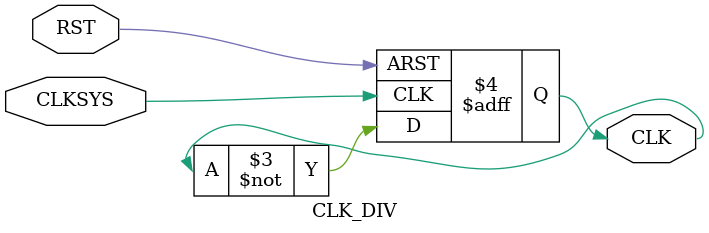
<source format=v>
module CLK_DIV(
input  wire  CLKSYS,
input  wire  RST,
output reg   CLK );

always@(posedge CLKSYS or negedge RST)
begin
if(!RST)
	begin
		CLK = 0;
	end
else
	begin
		CLK = ~CLK;
	end
end



endmodule

</source>
